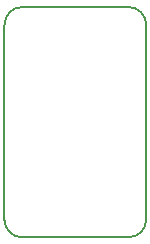
<source format=gbr>
G04 #@! TF.GenerationSoftware,KiCad,Pcbnew,(5.0.0)*
G04 #@! TF.CreationDate,2019-03-19T21:48:40+00:00*
G04 #@! TF.ProjectId,Current_sensing_circuits,43757272656E745F73656E73696E675F,rev?*
G04 #@! TF.SameCoordinates,Original*
G04 #@! TF.FileFunction,Profile,NP*
%FSLAX46Y46*%
G04 Gerber Fmt 4.6, Leading zero omitted, Abs format (unit mm)*
G04 Created by KiCad (PCBNEW (5.0.0)) date 03/19/19 21:48:40*
%MOMM*%
%LPD*%
G01*
G04 APERTURE LIST*
%ADD10C,0.150000*%
G04 APERTURE END LIST*
D10*
X145000000Y-100500000D02*
G75*
G02X143500000Y-102000000I-1500000J0D01*
G01*
X143500000Y-102000000D02*
X134500000Y-102000000D01*
X134500000Y-102000000D02*
G75*
G02X133000000Y-100500000I0J1500000D01*
G01*
X133000000Y-84000000D02*
X133000000Y-100500000D01*
X145000000Y-84000000D02*
X145000000Y-100500000D01*
X134500000Y-82500000D02*
X143500000Y-82500000D01*
X143500000Y-82500000D02*
G75*
G02X145000000Y-84000000I0J-1500000D01*
G01*
X133000000Y-84000000D02*
G75*
G02X134500000Y-82500000I1500000J0D01*
G01*
M02*

</source>
